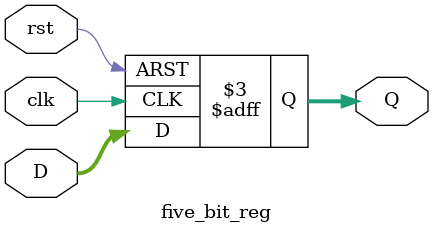
<source format=v>
module five_bit_reg(D,clk,rst,Q);

input[4:0] D;
input clk, rst;
output reg [4:0] Q;

always @(posedge clk or posedge rst) begin

	if (rst == 1'b1)
		Q <= 5'b0;
	else 
		Q <= D;
	end
	
endmodule
</source>
